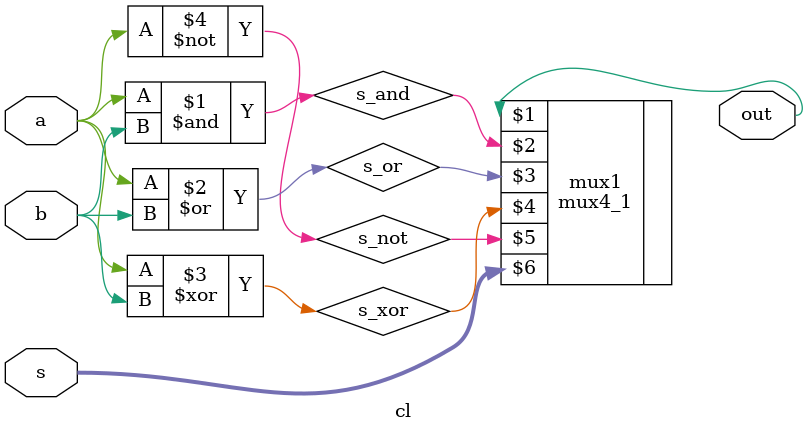
<source format=v>

module cl(output wire out, input wire a, b, input wire [1:0]s);

	wire s_and, s_or, s_xor, s_not;

	and and1(s_and, a, b);
	or or1(s_or, a, b);
	xor xor1(s_xor, a, b);
	not not1(s_not, a); 

	mux4_1 mux1(out, s_and, s_or, s_xor, s_not, s);

endmodule

//module cl(output reg out, input wire a, b, input wire [1:0] s);

	//always @(a,b,s)
		//begin
		//	case(s)
			//	2'b00: out = a & b;
			//	2'b01: out = a | b;
			//	2'b10: out = a ^ b;
			//	2'b11: out = ~a;
			//endcase
		//end
		

</source>
